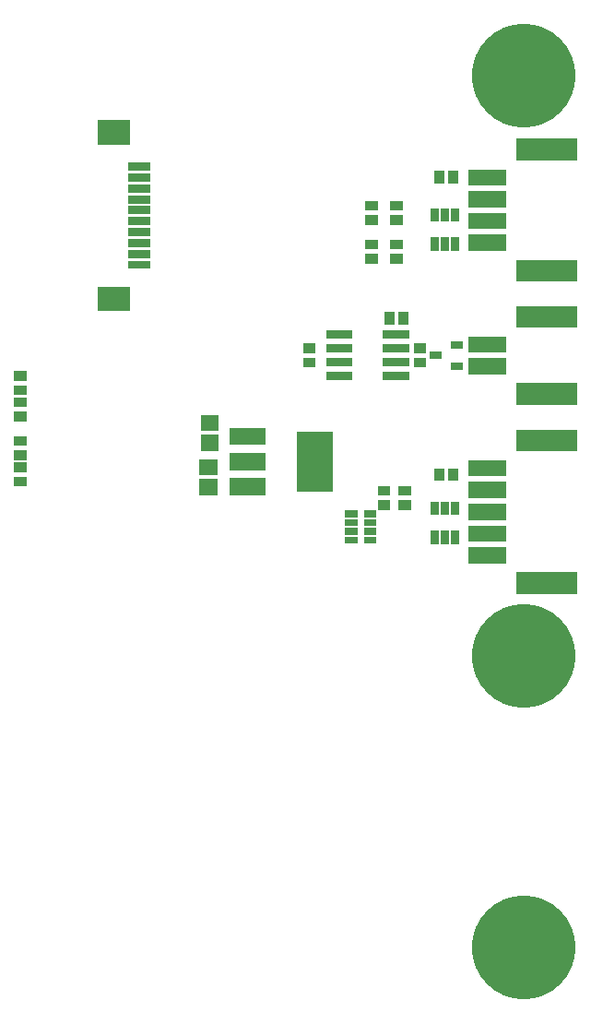
<source format=gbr>
G04 start of page 7 for group -4062 idx -4062 *
G04 Title: fet12connectors, soldermask *
G04 Creator: pcb 20140316 *
G04 CreationDate: Thu 12 Apr 2018 02:27:47 AM GMT UTC *
G04 For: brian *
G04 Format: Gerber/RS-274X *
G04 PCB-Dimensions (mil): 6000.00 5000.00 *
G04 PCB-Coordinate-Origin: lower left *
%MOIN*%
%FSLAX25Y25*%
%LNBOTTOMMASK*%
%ADD56R,0.0300X0.0300*%
%ADD55R,0.0260X0.0260*%
%ADD54R,0.0886X0.0886*%
%ADD53R,0.0295X0.0295*%
%ADD52R,0.0291X0.0291*%
%ADD51R,0.1280X0.1280*%
%ADD50R,0.0620X0.0620*%
%ADD49R,0.0572X0.0572*%
%ADD48R,0.0355X0.0355*%
%ADD47R,0.0787X0.0787*%
%ADD46R,0.0268X0.0268*%
%ADD45R,0.0591X0.0591*%
%ADD44C,0.3750*%
G54D44*X369500Y401500D03*
Y192000D03*
Y86500D03*
G54D45*X352315Y304437D02*X360189D01*
G54D46*X344394Y304319D02*X346244D01*
G54D45*X352315Y296563D02*X360189D01*
G54D46*X344394Y296681D02*X346244D01*
G54D47*X370740Y286524D02*X384913D01*
X370740Y314476D02*X384913D01*
X370740Y331150D02*X384913D01*
G54D48*X187008Y287941D02*X187992D01*
X187008Y293059D02*X187992D01*
X187008Y283559D02*X187992D01*
X187008Y278441D02*X187992D01*
G54D49*X255607Y268957D02*X256393D01*
G54D50*X266300Y271300D02*X272900D01*
G54D49*X255607Y276043D02*X256393D01*
X255107Y260043D02*X255893D01*
G54D48*X187008Y264441D02*X187992D01*
X187008Y269559D02*X187992D01*
X187008Y260059D02*X187992D01*
X187008Y254941D02*X187992D01*
G54D49*X255107Y252957D02*X255893D01*
G54D50*X266300Y253200D02*X272900D01*
X266300Y262200D02*X272900D01*
G54D51*X294000Y266700D02*Y257700D01*
G54D52*X344740Y352299D02*Y350331D01*
X341000Y352299D02*Y350331D01*
X337260Y352299D02*Y350331D01*
Y341669D02*Y339701D01*
X341000Y341669D02*Y339701D01*
X344740Y341669D02*Y339701D01*
G54D48*X338941Y365492D02*Y364508D01*
X344059Y365492D02*Y364508D01*
G54D45*X352315Y364811D02*X360189D01*
X352315Y356937D02*X360189D01*
X352315Y349063D02*X360189D01*
X352315Y341189D02*X360189D01*
G54D48*X323008Y354559D02*X323992D01*
X323008Y349441D02*X323992D01*
X323008Y335441D02*X323992D01*
X323008Y340559D02*X323992D01*
X314008Y349441D02*X314992D01*
X314008Y335441D02*X314992D01*
X314008Y340559D02*X314992D01*
X314008Y354559D02*X314992D01*
G54D47*X370740Y374850D02*X384913D01*
G54D53*X227941Y333283D02*X233059D01*
X227941Y337220D02*X233059D01*
X227941Y341157D02*X233059D01*
X227941Y345094D02*X233059D01*
G54D54*X219870Y320882D02*X222626D01*
G54D53*X227941Y349031D02*X233059D01*
X227941Y352969D02*X233059D01*
X227941Y356906D02*X233059D01*
X227941Y360843D02*X233059D01*
X227941Y364780D02*X233059D01*
X227941Y368717D02*X233059D01*
G54D54*X219870Y381118D02*X222626D01*
G54D55*X306268Y243224D02*X308039D01*
G54D48*X291508Y303059D02*X292492D01*
X291508Y297941D02*X292492D01*
G54D56*X299500Y293000D02*X306000D01*
X299500Y298000D02*X306000D01*
X299500Y303000D02*X306000D01*
G54D48*X326059Y314492D02*Y313508D01*
X320941Y314492D02*Y313508D01*
G54D56*X320000Y308000D02*X326500D01*
G54D46*X336756Y300500D02*X338606D01*
G54D56*X299500Y308000D02*X306000D01*
G54D48*X331508Y297941D02*X332492D01*
X331508Y303059D02*X332492D01*
G54D56*X320000Y303000D02*X326500D01*
X320000Y298000D02*X326500D01*
X320000Y293000D02*X326500D01*
G54D48*X318508Y251559D02*X319492D01*
X318508Y246441D02*X319492D01*
G54D45*X352315Y228252D02*X360189D01*
G54D47*X370740Y218213D02*X384913D01*
X370740Y269787D02*X384913D01*
G54D45*X352315Y259748D02*X360189D01*
X352315Y251874D02*X360189D01*
X352315Y244000D02*X360189D01*
X352315Y236126D02*X360189D01*
G54D55*X312961Y243224D02*X314732D01*
G54D48*X326008Y251559D02*X326992D01*
X326008Y246441D02*X326992D01*
G54D55*X306268Y240075D02*X308039D01*
X306268Y236925D02*X308039D01*
X306268Y233776D02*X308039D01*
X312961Y240075D02*X314732D01*
X312961Y236925D02*X314732D01*
X312961Y233776D02*X314732D01*
G54D48*X338941Y257992D02*Y257008D01*
X344059Y257992D02*Y257008D01*
G54D52*X344740Y246299D02*Y244331D01*
X341000Y246299D02*Y244331D01*
X337260Y246299D02*Y244331D01*
Y235669D02*Y233701D01*
X341000Y235669D02*Y233701D01*
X344740Y235669D02*Y233701D01*
M02*

</source>
